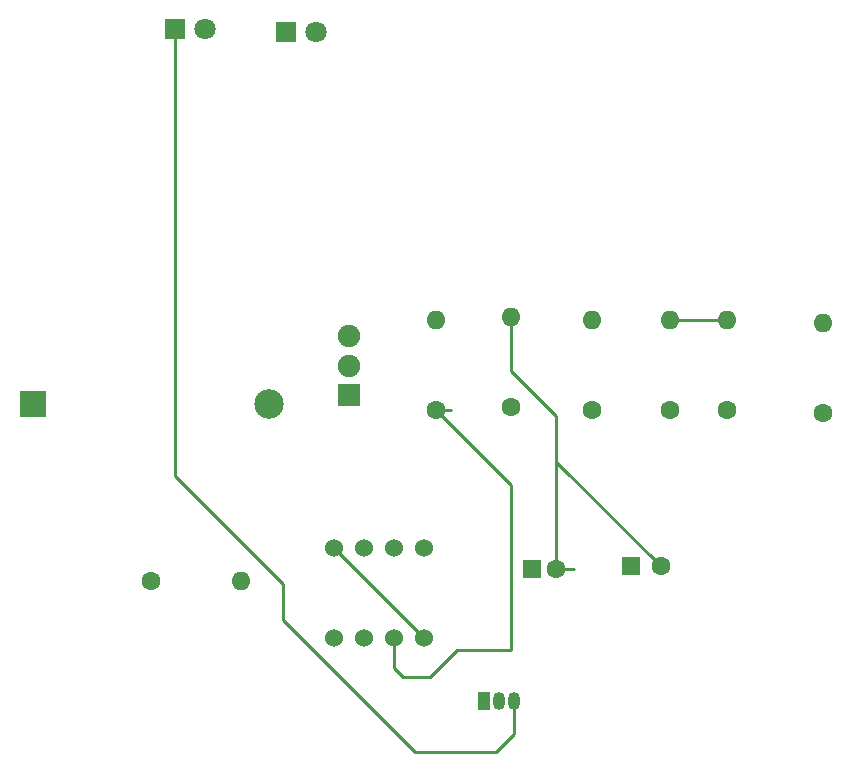
<source format=gbl>
G04 #@! TF.GenerationSoftware,KiCad,Pcbnew,5.1.4+dfsg1-1*
G04 #@! TF.CreationDate,2019-08-20T23:46:59-04:00*
G04 #@! TF.ProjectId,hello_world,68656c6c-6f5f-4776-9f72-6c642e6b6963,v01*
G04 #@! TF.SameCoordinates,Original*
G04 #@! TF.FileFunction,Copper,L2,Bot*
G04 #@! TF.FilePolarity,Positive*
%FSLAX46Y46*%
G04 Gerber Fmt 4.6, Leading zero omitted, Abs format (unit mm)*
G04 Created by KiCad (PCBNEW 5.1.4+dfsg1-1) date 2019-08-20 23:46:59*
%MOMM*%
%LPD*%
G04 APERTURE LIST*
%ADD10R,2.170000X2.170000*%
%ADD11C,2.500000*%
%ADD12R,1.600000X1.600000*%
%ADD13C,1.600000*%
%ADD14R,1.800000X1.800000*%
%ADD15C,1.800000*%
%ADD16O,1.050000X1.500000*%
%ADD17R,1.050000X1.500000*%
%ADD18O,1.600000X1.600000*%
%ADD19R,1.900000X1.900000*%
%ADD20C,1.900000*%
%ADD21C,1.524000*%
%ADD22C,0.254000*%
G04 APERTURE END LIST*
D10*
X130225401Y-105181001D03*
D11*
X150225401Y-105181001D03*
D12*
X172498000Y-119126000D03*
D13*
X174498000Y-119126000D03*
D12*
X180848000Y-118872000D03*
D13*
X183348000Y-118872000D03*
D14*
X151638000Y-73660000D03*
D15*
X154178000Y-73660000D03*
X144780000Y-73406000D03*
D14*
X142240000Y-73406000D03*
D16*
X169672000Y-130302000D03*
X170942000Y-130302000D03*
D17*
X168402000Y-130302000D03*
D13*
X140208000Y-120142000D03*
D18*
X147828000Y-120142000D03*
X177546000Y-98044000D03*
D13*
X177546000Y-105664000D03*
X164338000Y-105664000D03*
D18*
X164338000Y-98044000D03*
X170688000Y-97790000D03*
D13*
X170688000Y-105410000D03*
X197104000Y-105918000D03*
D18*
X197104000Y-98298000D03*
X188976000Y-98044000D03*
D13*
X188976000Y-105664000D03*
X184150000Y-105664000D03*
D18*
X184150000Y-98044000D03*
D19*
X156972000Y-104394000D03*
D20*
X156972000Y-101894000D03*
X156972000Y-99394000D03*
D21*
X155702000Y-124968000D03*
X158242000Y-124968000D03*
X160782000Y-124968000D03*
X163322000Y-124968000D03*
X163322000Y-117348000D03*
X160782000Y-117348000D03*
X158242000Y-117348000D03*
X155702000Y-117348000D03*
D22*
X170688000Y-97790000D02*
X170688000Y-102362000D01*
X170688000Y-102362000D02*
X174498000Y-106172000D01*
X174498000Y-119126000D02*
X176022000Y-119126000D01*
X174498000Y-110022000D02*
X183348000Y-118872000D01*
X174498000Y-106680000D02*
X174498000Y-110022000D01*
X174498000Y-106680000D02*
X174498000Y-119126000D01*
X174498000Y-106172000D02*
X174498000Y-106680000D01*
X142240000Y-73406000D02*
X142240000Y-111252000D01*
X142240000Y-111252000D02*
X151384000Y-120396000D01*
X151384000Y-120396000D02*
X151384000Y-123444000D01*
X151384000Y-123444000D02*
X162560000Y-134620000D01*
X162560000Y-134620000D02*
X169418000Y-134620000D01*
X170942000Y-133096000D02*
X170942000Y-130302000D01*
X169418000Y-134620000D02*
X170942000Y-133096000D01*
X164338000Y-105664000D02*
X165608000Y-105664000D01*
X164338000Y-105664000D02*
X170688000Y-112014000D01*
X170688000Y-112014000D02*
X170688000Y-125984000D01*
X170688000Y-125984000D02*
X166116000Y-125984000D01*
X166116000Y-125984000D02*
X163830000Y-128270000D01*
X163830000Y-128270000D02*
X161544000Y-128270000D01*
X160782000Y-127508000D02*
X160782000Y-124968000D01*
X161544000Y-128270000D02*
X160782000Y-127508000D01*
X163322000Y-124968000D02*
X155702000Y-117348000D01*
X184150000Y-98044000D02*
X188976000Y-98044000D01*
M02*

</source>
